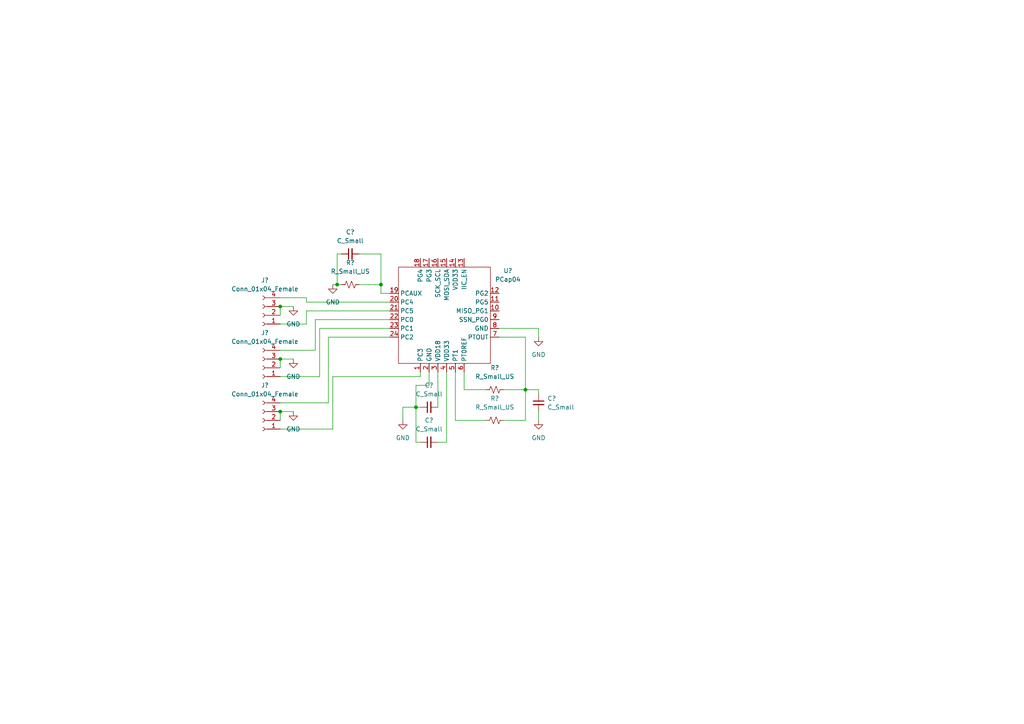
<source format=kicad_sch>
(kicad_sch (version 20211123) (generator eeschema)
  (paper "A4")
  (lib_symbols
    (symbol "Connector:Conn_01x04_Female" (pin_names (offset 1.016) hide)
      (property "Reference" "J" (at 0 5.08 0))
      (property "Value" "Conn_01x04_Female" (at 0 -7.62 0))
      (symbol "Conn_01x04_Female_1_1"
        (arc (start 0 -4.572) (mid -0.508 -5.08) (end 0 -5.588) (stroke (width 0.1524)))
        (arc (start 0 -2.032) (mid -0.508 -2.54) (end 0 -3.048) (stroke (width 0.1524)))
        (polyline (pts (xy -1.27 -5.08) (xy -0.508 -5.08)) (stroke (width 0.1524)))
        (polyline (pts (xy -1.27 -2.54) (xy -0.508 -2.54)) (stroke (width 0.1524)))
        (polyline (pts (xy -1.27 0) (xy -0.508 0)) (stroke (width 0.1524)))
        (polyline (pts (xy -1.27 2.54) (xy -0.508 2.54)) (stroke (width 0.1524)))
        (arc (start 0 0.508) (mid -0.508 0) (end 0 -0.508) (stroke (width 0.1524)))
        (arc (start 0 3.048) (mid -0.508 2.54) (end 0 2.032) (stroke (width 0.1524)))
        (pin passive line (at -5.08 2.54 0) (length 3.81) (name "Pin_1") (number "1"))
        (pin passive line (at -5.08 0 0) (length 3.81) (name "Pin_2") (number "2"))
        (pin passive line (at -5.08 -2.54 0) (length 3.81) (name "Pin_3") (number "3"))
        (pin passive line (at -5.08 -5.08 0) (length 3.81) (name "Pin_4") (number "4"))
      )
    )
    (symbol "Device:C_Small" (pin_numbers hide) (pin_names (offset 0.254) hide)
      (property "Reference" "C" (at 0.254 1.778 0))
      (property "Value" "C_Small" (at 0.254 -2.032 0))
      (symbol "C_Small_0_1"
        (polyline (pts (xy -1.524 -0.508) (xy 1.524 -0.508)) (stroke (width 0.3302)))
        (polyline (pts (xy -1.524 0.508) (xy 1.524 0.508)) (stroke (width 0.3048)))
      )
      (symbol "C_Small_1_1"
        (pin passive line (at 0 2.54 270) (length 2.032) (name "~") (number "1"))
        (pin passive line (at 0 -2.54 90) (length 2.032) (name "~") (number "2"))
      )
    )
    (symbol "Device:R_Small_US" (pin_numbers hide) (pin_names (offset 0.254) hide)
      (property "Reference" "R" (at 0.762 0.508 0))
      (property "Value" "R_Small_US" (at 0.762 -1.016 0))
      (symbol "R_Small_US_1_1"
        (polyline (pts (xy 0 0) (xy 1.016 -0.381) (xy 0 -0.762) (xy -1.016 -1.143) (xy 0 -1.524)))
        (polyline (pts (xy 0 1.524) (xy 1.016 1.143) (xy 0 0.762) (xy -1.016 0.381) (xy 0 0)))
        (pin passive line (at 0 2.54 270) (length 1.016) (name "~") (number "1"))
        (pin passive line (at 0 -2.54 90) (length 1.016) (name "~") (number "2"))
      )
    )
    (symbol "_PicoCapSym:PCap04"
      (property "Reference" "U" (at -1.27 -2.54 0))
      (property "Value" "PCap04" (at -1.27 2.54 0))
      (symbol "PCap04_0_1"
        (rectangle (start -12.7 13.97) (end 13.97 -13.97) (stroke (width 0.1524)))
      )
      (symbol "PCap04_1_1"
        (pin input line (at -6.35 -16.51 90) (length 2.54) (name "PC3") (number "1"))
        (pin input line (at 16.51 1.27 180) (length 2.54) (name "MISO_PG1") (number "10"))
        (pin input line (at 16.51 3.81 180) (length 2.54) (name "PG5") (number "11"))
        (pin input line (at 16.51 6.35 180) (length 2.54) (name "PG2") (number "12"))
        (pin input line (at 6.35 16.51 270) (length 2.54) (name "IIC_EN") (number "13"))
        (pin input line (at 3.81 16.51 270) (length 2.54) (name "VDD33") (number "14"))
        (pin input line (at 1.27 16.51 270) (length 2.54) (name "MOSI_SDA") (number "15"))
        (pin input line (at -1.27 16.51 270) (length 2.54) (name "SCK_SCL") (number "16"))
        (pin input line (at -3.81 16.51 270) (length 2.54) (name "PG3") (number "17"))
        (pin input line (at -6.35 16.51 270) (length 2.54) (name "PG4") (number "18"))
        (pin input line (at -15.24 6.35 0) (length 2.54) (name "PCAUX") (number "19"))
        (pin input line (at -3.81 -16.51 90) (length 2.54) (name "GND") (number "2"))
        (pin input line (at -15.24 3.81 0) (length 2.54) (name "PC4") (number "20"))
        (pin input line (at -15.24 1.27 0) (length 2.54) (name "PC5") (number "21"))
        (pin input line (at -15.24 -1.27 0) (length 2.54) (name "PC0") (number "22"))
        (pin input line (at -15.24 -3.81 0) (length 2.54) (name "PC1") (number "23"))
        (pin input line (at -15.24 -6.35 0) (length 2.54) (name "PC2") (number "24"))
        (pin input line (at -1.27 -16.51 90) (length 2.54) (name "VDD18") (number "3"))
        (pin input line (at 1.27 -16.51 90) (length 2.54) (name "VDD33") (number "4"))
        (pin input line (at 3.81 -16.51 90) (length 2.54) (name "PT1") (number "5"))
        (pin input line (at 6.35 -16.51 90) (length 2.54) (name "PT0REF") (number "6"))
        (pin output line (at 16.51 -6.35 180) (length 2.54) (name "PTOUT") (number "7"))
        (pin input line (at 16.51 -3.81 180) (length 2.54) (name "GND") (number "8"))
        (pin input line (at 16.51 -1.27 180) (length 2.54) (name "SSN_PG0") (number "9"))
      )
    )
    (symbol "power:GND" (power) (pin_names (offset 0))
      (property "Value" "GND" (at 0 -3.81 0))
      (symbol "GND_0_1"
        (polyline (pts (xy 0 0) (xy 0 -1.27) (xy 1.27 -1.27) (xy 0 -2.54) (xy -1.27 -1.27) (xy 0 -1.27)))
      )
      (symbol "GND_1_1"
        (pin power_in line (at 0 0 270) (length 0) hide (name "GND") (number "1"))
      )
    )
  )
  (junction (at 97.79 82.55))
  (junction (at 152.4 113.03))
  (junction (at 110.49 82.55))
  (junction (at 120.65 118.11))
  (junction (at 81.28 119.38))
  (junction (at 81.28 104.14))
  (junction (at 81.28 88.9))
  (wire (pts (xy 134.62 113.03) (xy 134.62 107.95)))
  (wire (pts (xy 110.49 73.66) (xy 104.14 73.66)))
  (wire (pts (xy 81.28 101.6) (xy 91.44 101.6)))
  (wire (pts (xy 140.97 113.03) (xy 134.62 113.03)))
  (wire (pts (xy 88.9 86.36) (xy 88.9 87.63)))
  (wire (pts (xy 95.25 97.79) (xy 95.25 116.84)))
  (wire (pts (xy 88.9 93.98) (xy 88.9 90.17)))
  (wire (pts (xy 96.52 124.46) (xy 96.52 109.22)))
  (wire (pts (xy 121.92 109.22) (xy 121.92 107.95)))
  (wire (pts (xy 113.03 85.09) (xy 110.49 85.09)))
  (wire (pts (xy 127 107.95) (xy 127 118.11)))
  (wire (pts (xy 121.92 128.27) (xy 120.65 128.27)))
  (wire (pts (xy 81.28 119.38) (xy 81.28 121.92)))
  (wire (pts (xy 156.21 113.03) (xy 152.4 113.03)))
  (wire (pts (xy 116.84 118.11) (xy 120.65 118.11)))
  (wire (pts (xy 146.05 121.92) (xy 152.4 121.92)))
  (wire (pts (xy 129.54 128.27) (xy 127 128.27)))
  (wire (pts (xy 91.44 101.6) (xy 91.44 92.71)))
  (wire (pts (xy 81.28 104.14) (xy 85.09 104.14)))
  (wire (pts (xy 140.97 121.92) (xy 132.08 121.92)))
  (wire (pts (xy 156.21 95.25) (xy 144.78 95.25)))
  (wire (pts (xy 116.84 121.92) (xy 116.84 118.11)))
  (wire (pts (xy 156.21 114.3) (xy 156.21 113.03)))
  (wire (pts (xy 144.78 97.79) (xy 152.4 97.79)))
  (wire (pts (xy 120.65 128.27) (xy 120.65 118.11)))
  (wire (pts (xy 81.28 116.84) (xy 95.25 116.84)))
  (wire (pts (xy 96.52 109.22) (xy 121.92 109.22)))
  (wire (pts (xy 81.28 93.98) (xy 88.9 93.98)))
  (wire (pts (xy 91.44 92.71) (xy 113.03 92.71)))
  (wire (pts (xy 88.9 90.17) (xy 113.03 90.17)))
  (wire (pts (xy 132.08 121.92) (xy 132.08 107.95)))
  (wire (pts (xy 152.4 97.79) (xy 152.4 113.03)))
  (wire (pts (xy 92.71 95.25) (xy 92.71 109.22)))
  (wire (pts (xy 88.9 87.63) (xy 113.03 87.63)))
  (wire (pts (xy 129.54 107.95) (xy 129.54 128.27)))
  (wire (pts (xy 96.52 82.55) (xy 97.79 82.55)))
  (wire (pts (xy 113.03 95.25) (xy 92.71 95.25)))
  (wire (pts (xy 113.03 97.79) (xy 95.25 97.79)))
  (wire (pts (xy 81.28 104.14) (xy 81.28 106.68)))
  (wire (pts (xy 81.28 86.36) (xy 88.9 86.36)))
  (wire (pts (xy 81.28 119.38) (xy 85.09 119.38)))
  (wire (pts (xy 152.4 113.03) (xy 146.05 113.03)))
  (wire (pts (xy 81.28 91.44) (xy 81.28 88.9)))
  (wire (pts (xy 97.79 73.66) (xy 97.79 82.55)))
  (wire (pts (xy 110.49 82.55) (xy 110.49 73.66)))
  (wire (pts (xy 120.65 111.76) (xy 120.65 118.11)))
  (wire (pts (xy 124.46 111.76) (xy 120.65 111.76)))
  (wire (pts (xy 156.21 119.38) (xy 156.21 121.92)))
  (wire (pts (xy 152.4 121.92) (xy 152.4 113.03)))
  (wire (pts (xy 97.79 82.55) (xy 99.06 82.55)))
  (wire (pts (xy 156.21 97.79) (xy 156.21 95.25)))
  (wire (pts (xy 110.49 85.09) (xy 110.49 82.55)))
  (wire (pts (xy 92.71 109.22) (xy 81.28 109.22)))
  (wire (pts (xy 104.14 82.55) (xy 110.49 82.55)))
  (wire (pts (xy 99.06 73.66) (xy 97.79 73.66)))
  (wire (pts (xy 81.28 88.9) (xy 85.09 88.9)))
  (wire (pts (xy 81.28 124.46) (xy 96.52 124.46)))
  (wire (pts (xy 120.65 118.11) (xy 121.92 118.11)))
  (wire (pts (xy 124.46 107.95) (xy 124.46 111.76)))
  (symbol (lib_id "power:GND") (at 96.52 82.55 0) (unit 1)
    (property "Reference" "#PWR?" (effects hide))
    (property "Value" "GND" (at 96.52 87.63 0))
  )
  (symbol (lib_id "Connector:Conn_01x04_Female") (at 76.2 106.68 180) (unit 1)
    (property "Reference" "J?" (at 76.835 96.52 0))
    (property "Value" "Conn_01x04_Female" (at 76.835 99.06 0))
  )
  (symbol (lib_id "Device:R_Small_US") (at 143.51 113.03 270) (unit 1)
    (property "Reference" "R?" (at 143.51 106.68 90))
    (property "Value" "R_Small_US" (at 143.51 109.22 90))
  )
  (symbol (lib_id "Connector:Conn_01x04_Female") (at 76.2 91.44 180) (unit 1)
    (property "Reference" "J?" (at 76.835 81.28 0))
    (property "Value" "Conn_01x04_Female" (at 76.835 83.82 0))
  )
  (symbol (lib_id "power:GND") (at 85.09 119.38 0) (unit 1)
    (property "Reference" "#PWR?" (effects hide))
    (property "Value" "GND" (at 85.09 124.46 0))
  )
  (symbol (lib_id "power:GND") (at 116.84 121.92 0) (unit 1)
    (property "Reference" "#PWR?" (effects hide))
    (property "Value" "GND" (at 116.84 127 0))
  )
  (symbol (lib_id "_PicoCapSym:PCap04") (at 128.27 91.44 0) (unit 1)
    (property "Reference" "U?" (at 147.32 78.5112 0))
    (property "Value" "PCap04" (at 147.32 81.0512 0))
  )
  (symbol (lib_id "Device:C_Small") (at 101.6 73.66 90) (unit 1)
    (property "Reference" "C?" (at 101.6063 67.31 90))
    (property "Value" "C_Small" (at 101.6063 69.85 90))
  )
  (symbol (lib_id "Device:R_Small_US") (at 101.6 82.55 90) (unit 1)
    (property "Reference" "R?" (at 101.6 76.2 90))
    (property "Value" "R_Small_US" (at 101.6 78.74 90))
  )
  (symbol (lib_id "power:GND") (at 156.21 121.92 0) (unit 1)
    (property "Reference" "#PWR?" (effects hide))
    (property "Value" "GND" (at 156.21 127 0))
  )
  (symbol (lib_id "Device:C_Small") (at 124.46 118.11 90) (unit 1)
    (property "Reference" "C?" (at 124.4663 111.76 90))
    (property "Value" "C_Small" (at 124.4663 114.3 90))
  )
  (symbol (lib_id "Device:C_Small") (at 124.46 128.27 90) (unit 1)
    (property "Reference" "C?" (at 124.4663 121.92 90))
    (property "Value" "C_Small" (at 124.4663 124.46 90))
  )
  (symbol (lib_id "power:GND") (at 85.09 88.9 0) (unit 1)
    (property "Reference" "#PWR?" (effects hide))
    (property "Value" "GND" (at 85.09 93.98 0))
  )
  (symbol (lib_id "Device:C_Small") (at 156.21 116.84 0) (unit 1)
    (property "Reference" "C?" (at 158.75 115.5762 0) (effects (justify left)))
    (property "Value" "C_Small" (at 158.75 118.1162 0) (effects (justify left)))
  )
  (symbol (lib_id "power:GND") (at 156.21 97.79 0) (unit 1)
    (property "Reference" "#PWR?" (effects hide))
    (property "Value" "GND" (at 156.21 102.87 0))
  )
  (symbol (lib_id "Device:R_Small_US") (at 143.51 121.92 270) (unit 1)
    (property "Reference" "R?" (at 143.51 115.57 90))
    (property "Value" "R_Small_US" (at 143.51 118.11 90))
  )
  (symbol (lib_id "Connector:Conn_01x04_Female") (at 76.2 121.92 180) (unit 1)
    (property "Reference" "J?" (at 76.835 111.76 0))
    (property "Value" "Conn_01x04_Female" (at 76.835 114.3 0))
  )
  (symbol (lib_id "power:GND") (at 85.09 104.14 0) (unit 1)
    (property "Reference" "#PWR?" (effects hide))
    (property "Value" "GND" (at 85.09 109.22 0))
  )
)
</source>
